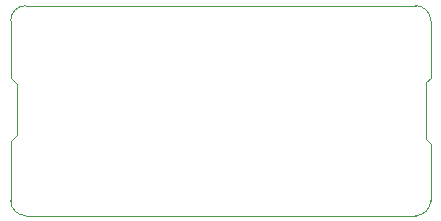
<source format=gbr>
%TF.GenerationSoftware,Altium Limited,Altium Designer,20.2.5 (213)*%
G04 Layer_Color=0*
%FSLAX26Y26*%
%MOIN*%
%TF.SameCoordinates,0FE6C2C3-B7F4-45EC-A48D-0F423D7CACB9*%
%TF.FilePolarity,Positive*%
%TF.FileFunction,Profile,NP*%
%TF.Part,Single*%
G01*
G75*
%TA.AperFunction,Profile*%
%ADD71C,0.001000*%
D71*
X2825250Y1970250D02*
X2810000Y1955000D01*
Y1765000D01*
X2825250Y1750000D01*
Y1560250D01*
D02*
G02*
X2775250Y1510250I-50000J0D01*
G01*
X1475250D01*
D02*
G02*
X1425250Y1560250I0J50000D01*
G01*
Y1760250D01*
X1445250Y1780250D01*
Y1950250D01*
X1425250Y1970250D01*
Y2160250D01*
D02*
G02*
X1475250Y2210250I50000J0D01*
G01*
X2775250D01*
D02*
G02*
X2825250Y2160250I0J-50000D01*
G01*
Y1970250D01*
%TF.MD5,2fd9201ba5160f75e4f2ed06ddcb5af3*%
M02*

</source>
